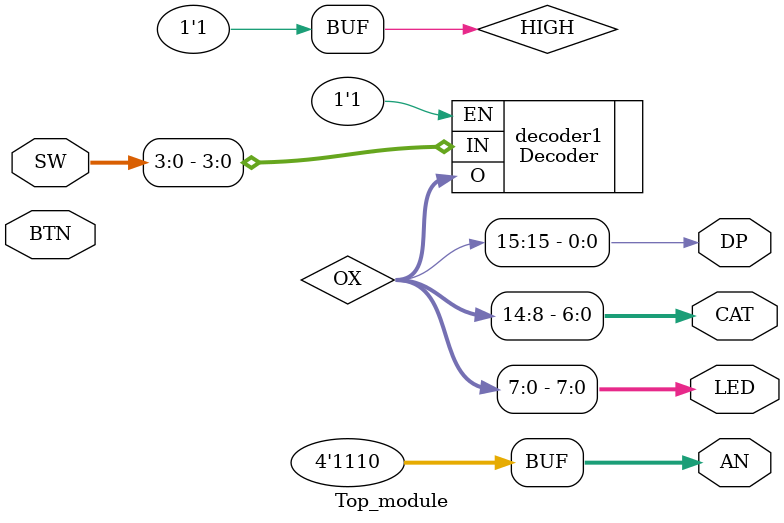
<source format=v>
`timescale 10ns / 1ps



module Top_module(SW,BTN,LED,CAT,AN,DP);
        input [7:0]SW; 
        input [3:0]BTN;
        output [7:0]LED;
        output [6:0]CAT;
        output [3:0]AN;
        output DP;
        wire [15:0]OX;
        wire HIGH;
        assign AN = 4'b1110;//for decoder
        assign DP=OX[15];//for decoder
        assign CAT=OX[14:8];//for decoder
        assign LED=OX[7:0];//for decoder
        assign HIGH=1'b1;//for decoder
        Decoder decoder1(.IN(SW[3:0]),.O(OX),.EN(HIGH));
        //ENCODER encoder1(.IN(SW[3:0]),.O(LED[1:0]),.V(LED[7]));
        //MUX mux1(.IN(SW[3:0]),.S(BTN[1:0]),.O(LED[0]));
        //MUX1 mux2(.IN(SW[3:0]),.S(BTN[1:0]),.O(LED[0]));
        //DEMUX demux1(.IN(SW[0]),.S(BTN[1:0]),.O(LED[3:0]));
endmodule

</source>
